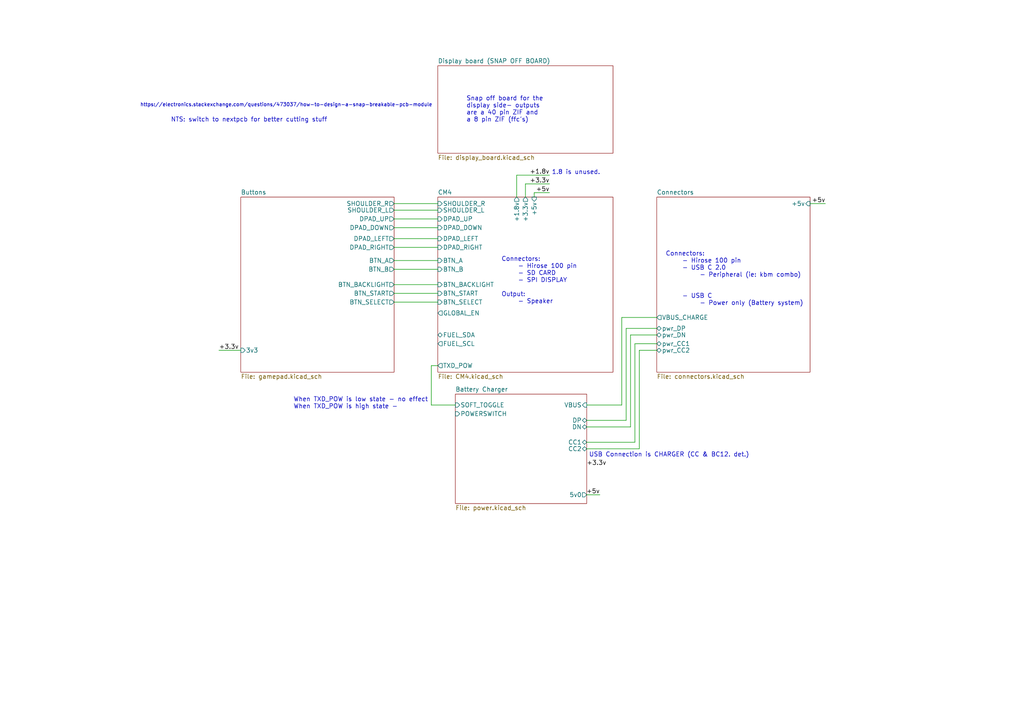
<source format=kicad_sch>
(kicad_sch (version 20211123) (generator eeschema)
  (paper "A4")
  (title_block (title "CM4 Gameboy Main Sheet") (rev "indevRev2"))
  (lib_symbols)
  (wire (pts (xy 114.3 60.96) (xy 127 60.96)))
  (wire (pts (xy 114.3 87.63) (xy 127 87.63)))
  (wire (pts (xy 234.95 59.055) (xy 239.395 59.055)))
  (wire (pts (xy 114.3 59.055) (xy 127 59.055)))
  (wire (pts (xy 114.3 85.09) (xy 127 85.09)))
  (wire (pts (xy 159.385 53.34) (xy 152.4 53.34)))
  (wire (pts (xy 152.4 53.34) (xy 152.4 57.15)))
  (wire (pts (xy 114.3 63.5) (xy 127 63.5)))
  (wire (pts (xy 159.385 50.8) (xy 149.86 50.8)))
  (wire (pts (xy 149.86 50.8) (xy 149.86 57.15)))
  (wire (pts (xy 190.5 97.155) (xy 182.88 97.155)))
  (wire (pts (xy 170.18 123.825) (xy 182.88 123.825)))
  (wire (pts (xy 182.88 97.155) (xy 182.88 123.825)))
  (wire (pts (xy 114.3 82.55) (xy 127 82.55)))
  (wire (pts (xy 114.3 66.04) (xy 127 66.04)))
  (wire (pts (xy 154.94 55.88) (xy 154.94 57.15)))
  (wire (pts (xy 159.385 55.88) (xy 154.94 55.88)))
  (wire (pts (xy 114.3 78.105) (xy 127 78.105)))
  (wire (pts (xy 114.3 71.755) (xy 127 71.755)))
  (wire (pts (xy 190.5 92.075) (xy 180.34 92.075)))
  (wire (pts (xy 180.34 92.075) (xy 180.34 117.475)))
  (wire (pts (xy 180.34 117.475) (xy 170.18 117.475)))
  (wire (pts (xy 114.3 75.565) (xy 127 75.565)))
  (wire (pts (xy 190.5 101.6) (xy 185.42 101.6)))
  (wire (pts (xy 185.42 101.6) (xy 185.42 130.175)))
  (wire (pts (xy 185.42 130.175) (xy 170.18 130.175)))
  (wire (pts (xy 114.3 69.215) (xy 127 69.215)))
  (wire (pts (xy 63.5 101.6) (xy 69.85 101.6)))
  (wire (pts (xy 181.61 95.25) (xy 190.5 95.25)))
  (wire (pts (xy 170.18 121.92) (xy 181.61 121.92)))
  (wire (pts (xy 181.61 121.92) (xy 181.61 95.25)))
  (wire (pts (xy 170.18 143.51) (xy 173.99 143.51)))
  (wire (pts (xy 127 106.045) (xy 125.095 106.045)))
  (wire (pts (xy 125.095 106.045) (xy 125.095 117.475)))
  (wire (pts (xy 125.095 117.475) (xy 132.08 117.475)))
  (wire (pts (xy 184.15 99.695) (xy 190.5 99.695)))
  (wire (pts (xy 170.18 128.27) (xy 184.15 128.27)))
  (wire (pts (xy 184.15 128.27) (xy 184.15 99.695)))
  (text "\nhttps://electronics.stackexchange.com/questions/473037/how-to-design-a-snap-breakable-pcb-module" (at 40.64 31.115 0) (effects (font (size 1.016 1.016)) (justify left bottom)))
  (text "Snap off board for the\ndisplay side- outputs \nare a 40 pin ZIF and \na 8 pin ZIF (ffc's)" (at 135.255 35.56 0) (effects (font (size 1.27 1.27)) (justify left bottom)))
  (text "Connectors:\n	- Hirose 100 pin\n	- USB C 2.0\n		- Peripheral (ie: kbm combo)\n\n\n	- USB C\n		- Power only (Battery system)\n	" (at 193.04 90.805 0) (effects (font (size 1.27 1.27)) (justify left bottom)))
  (text "1.8 is unused.\n" (at 160.02 50.8 0) (effects (font (size 1.27 1.27)) (justify left bottom)))
  (text "NTS: switch to nextpcb for better cutting stuff\n" (at 49.53 35.56 0) (effects (font (size 1.27 1.27)) (justify left bottom)))
  (text "USB Connection is CHARGER (CC & BC12. det.)\n" (at 170.815 132.715 0) (effects (font (size 1.27 1.27)) (justify left bottom)))
  (text "When TXD_POW is low state - no effect\nWhen TXD_POW is high state - " (at 85.09 118.745 0) (effects (font (size 1.27 1.27)) (justify left bottom)))
  (text "Connectors:\n	- Hirose 100 pin\n	- SD CARD\n	- SPI DISPLAY\n\nOutput:\n	- Speaker" (at 145.415 88.265 0) (effects (font (size 1.27 1.27)) (justify left bottom)))
  (label "+5v" (at 159.385 55.88 180))
  (label "+3.3v" (at 63.5 101.6 0))
  (label "+5v" (at 239.395 59.055 180))
  (label "+3.3v" (at 159.385 53.34 180))
  (label "+5v" (at 173.99 143.51 180))
  (label "+3.3v" (at 175.895 135.255 180))
  (label "+1.8v" (at 159.385 50.8 180))
  (sheet (at 127 57.15) (size 50.8 50.8) (stroke (width 0.0006))
    (property "Sheet name" "CM4" (at 127 56.5143 0) (effects (justify left bottom)))
    (property "Sheet file" "CM4.kicad_sch" (at 127 108.4587 0) (effects (justify left top)))
    (pin "+3.3v" output (at 152.4 57.15 90))
    (pin "DPAD_UP" input (at 127 63.5 180))
    (pin "DPAD_DOWN" input (at 127 66.04 180))
    (pin "DPAD_LEFT" input (at 127 69.215 180))
    (pin "DPAD_RIGHT" input (at 127 71.755 180))
    (pin "BTN_A" input (at 127 75.565 180))
    (pin "BTN_B" input (at 127 78.105 180))
    (pin "+5v" input (at 154.94 57.15 90))
    (pin "+1.8v" output (at 149.86 57.15 90))
    (pin "BTN_BACKLIGHT" input (at 127 82.55 180))
    (pin "BTN_START" input (at 127 85.09 180))
    (pin "BTN_SELECT" input (at 127 87.63 180))
    (pin "FUEL_SDA" bidirectional (at 127 97.155 180))
    (pin "FUEL_SCL" output (at 127 99.695 180))
    (pin "GLOBAL_EN" output (at 127 90.805 180))
    (pin "SHOULDER_L" input (at 127 60.96 180))
    (pin "SHOULDER_R" input (at 127 59.055 180))
    (pin "TXD_POW" output (at 127 106.045 180))
  )
  (sheet (at 69.85 57.15) (size 44.45 50.8) (stroke (width 0.0006))
    (property "Sheet name" "Buttons" (at 69.85 56.5143 0) (effects (justify left bottom)))
    (property "Sheet file" "gamepad.kicad_sch" (at 69.85 108.4587 0) (effects (justify left top)))
    (pin "DPAD_UP" output (at 114.3 63.5 0))
    (pin "DPAD_RIGHT" output (at 114.3 71.755 0))
    (pin "DPAD_DOWN" output (at 114.3 66.04 0))
    (pin "DPAD_LEFT" output (at 114.3 69.215 0))
    (pin "BTN_A" output (at 114.3 75.565 0))
    (pin "BTN_B" output (at 114.3 78.105 0))
    (pin "BTN_BACKLIGHT" output (at 114.3 82.55 0))
    (pin "BTN_START" output (at 114.3 85.09 0))
    (pin "BTN_SELECT" output (at 114.3 87.63 0))
    (pin "SHOULDER_L" output (at 114.3 60.96 0))
    (pin "SHOULDER_R" output (at 114.3 59.055 0))
    (pin "3v3" input (at 69.85 101.6 180))
  )
  (sheet (at 190.5 57.15) (size 44.45 50.8) (stroke (width 0.0006))
    (property "Sheet name" "Connectors" (at 190.5 56.5143 0) (effects (justify left bottom)))
    (property "Sheet file" "connectors.kicad_sch" (at 190.5 108.4587 0) (effects (justify left top)))
    (pin "VBUS_CHARGE" output (at 190.5 92.075 180))
    (pin "+5v" input (at 234.95 59.055 0))
    (pin "pwr_CC2" bidirectional (at 190.5 101.6 180))
    (pin "pwr_CC1" bidirectional (at 190.5 99.695 180))
    (pin "pwr_DN" bidirectional (at 190.5 97.155 180))
    (pin "pwr_DP" bidirectional (at 190.5 95.25 180))
  )
  (sheet (at 132.08 114.3) (size 38.1 31.75) (stroke (width 0.0006))
    (property "Sheet name" "Battery Charger" (at 132.08 113.6643 0) (effects (justify left bottom)))
    (property "Sheet file" "power.kicad_sch" (at 132.08 146.5587 0) (effects (justify left top)))
    (pin "5v0" output (at 170.18 143.51 0))
    (pin "SOFT_TOGGLE" input (at 132.08 117.475 180))
    (pin "POWERSWITCH" input (at 132.08 120.015 180))
    (pin "CC1" bidirectional (at 170.18 128.27 0))
    (pin "DN" bidirectional (at 170.18 123.825 0))
    (pin "CC2" bidirectional (at 170.18 130.175 0))
    (pin "DP" bidirectional (at 170.18 121.92 0))
    (pin "VBUS" input (at 170.18 117.475 0))
  )
  (sheet (at 127 19.05) (size 50.8 25.4) (stroke (width 0.0006))
    (property "Sheet name" "Display board (SNAP OFF BOARD)" (at 127 18.4143 0) (effects (justify left bottom)))
    (property "Sheet file" "display_board.kicad_sch" (at 127 44.9587 0) (effects (justify left top)))
  )
)
</source>
